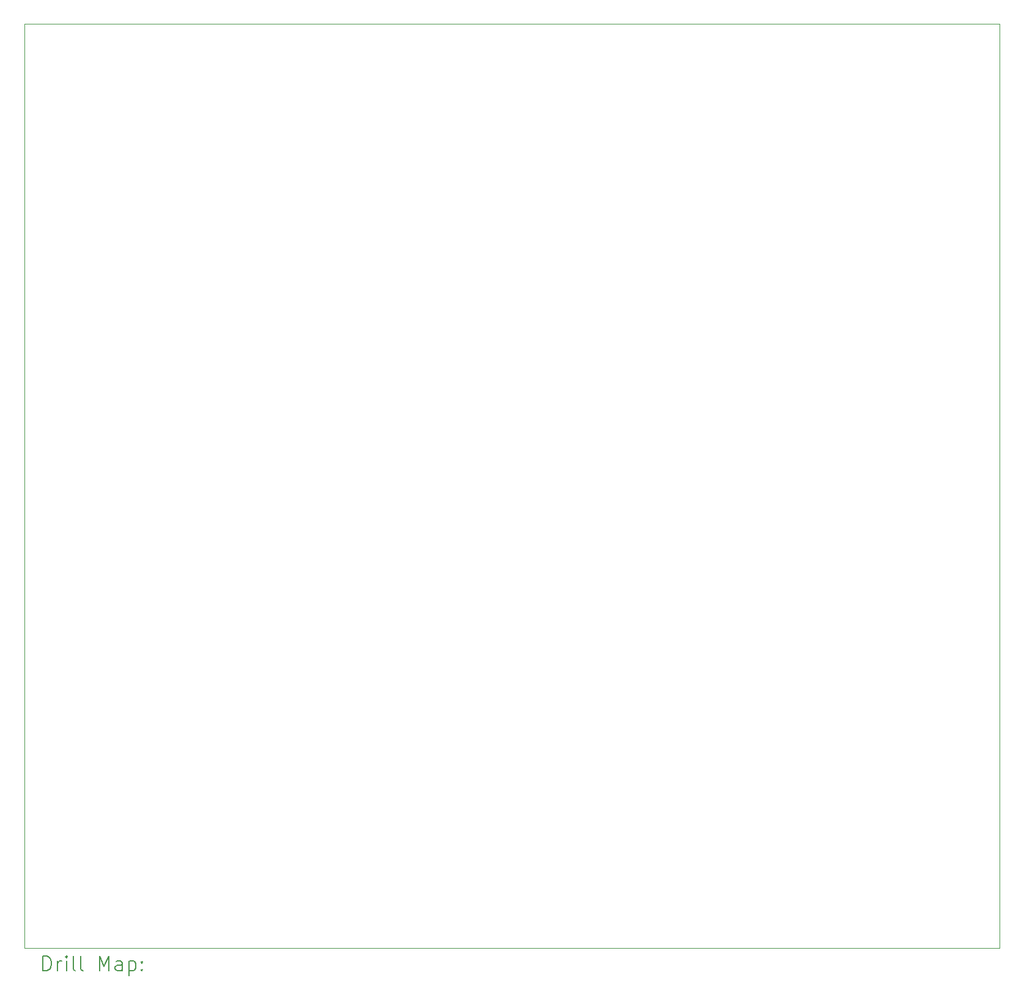
<source format=gbr>
%FSLAX45Y45*%
G04 Gerber Fmt 4.5, Leading zero omitted, Abs format (unit mm)*
G04 Created by KiCad (PCBNEW (6.0.0)) date 2022-04-30 23:11:37*
%MOMM*%
%LPD*%
G01*
G04 APERTURE LIST*
%TA.AperFunction,Profile*%
%ADD10C,0.050000*%
%TD*%
%ADD11C,0.200000*%
G04 APERTURE END LIST*
D10*
X2664645Y-3464645D02*
X2664645Y-16264645D01*
X2664645Y-3464645D02*
X16164645Y-3464645D01*
X16164645Y-3464645D02*
X16164645Y-16264645D01*
X16164645Y-16264645D02*
X2664645Y-16264645D01*
D11*
X2919764Y-16577621D02*
X2919764Y-16377621D01*
X2967383Y-16377621D01*
X2995954Y-16387145D01*
X3015002Y-16406192D01*
X3024526Y-16425240D01*
X3034049Y-16463335D01*
X3034049Y-16491907D01*
X3024526Y-16530002D01*
X3015002Y-16549049D01*
X2995954Y-16568097D01*
X2967383Y-16577621D01*
X2919764Y-16577621D01*
X3119764Y-16577621D02*
X3119764Y-16444287D01*
X3119764Y-16482383D02*
X3129287Y-16463335D01*
X3138811Y-16453811D01*
X3157859Y-16444287D01*
X3176907Y-16444287D01*
X3243573Y-16577621D02*
X3243573Y-16444287D01*
X3243573Y-16377621D02*
X3234049Y-16387145D01*
X3243573Y-16396668D01*
X3253097Y-16387145D01*
X3243573Y-16377621D01*
X3243573Y-16396668D01*
X3367383Y-16577621D02*
X3348335Y-16568097D01*
X3338811Y-16549049D01*
X3338811Y-16377621D01*
X3472145Y-16577621D02*
X3453097Y-16568097D01*
X3443573Y-16549049D01*
X3443573Y-16377621D01*
X3700716Y-16577621D02*
X3700716Y-16377621D01*
X3767383Y-16520478D01*
X3834049Y-16377621D01*
X3834049Y-16577621D01*
X4015002Y-16577621D02*
X4015002Y-16472859D01*
X4005478Y-16453811D01*
X3986430Y-16444287D01*
X3948335Y-16444287D01*
X3929287Y-16453811D01*
X4015002Y-16568097D02*
X3995954Y-16577621D01*
X3948335Y-16577621D01*
X3929287Y-16568097D01*
X3919764Y-16549049D01*
X3919764Y-16530002D01*
X3929287Y-16510954D01*
X3948335Y-16501430D01*
X3995954Y-16501430D01*
X4015002Y-16491907D01*
X4110240Y-16444287D02*
X4110240Y-16644287D01*
X4110240Y-16453811D02*
X4129287Y-16444287D01*
X4167383Y-16444287D01*
X4186430Y-16453811D01*
X4195954Y-16463335D01*
X4205478Y-16482383D01*
X4205478Y-16539526D01*
X4195954Y-16558573D01*
X4186430Y-16568097D01*
X4167383Y-16577621D01*
X4129287Y-16577621D01*
X4110240Y-16568097D01*
X4291192Y-16558573D02*
X4300716Y-16568097D01*
X4291192Y-16577621D01*
X4281669Y-16568097D01*
X4291192Y-16558573D01*
X4291192Y-16577621D01*
X4291192Y-16453811D02*
X4300716Y-16463335D01*
X4291192Y-16472859D01*
X4281669Y-16463335D01*
X4291192Y-16453811D01*
X4291192Y-16472859D01*
M02*

</source>
